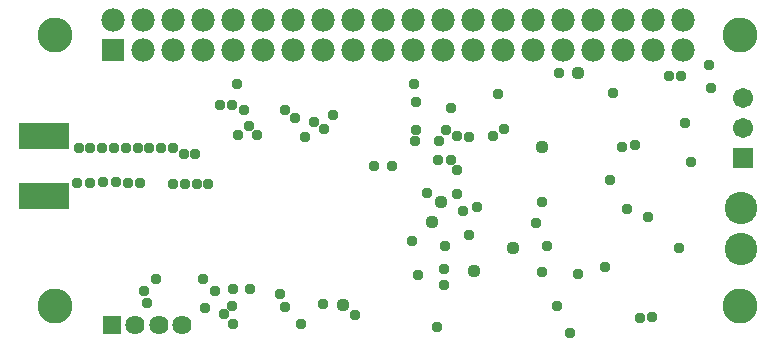
<source format=gbr>
G04 EAGLE Gerber X2 export*
%TF.Part,Single*%
%TF.FileFunction,Soldermask,Bot,1*%
%TF.FilePolarity,Negative*%
%TF.GenerationSoftware,Autodesk,EAGLE,8.7.0*%
%TF.CreationDate,2018-05-30T02:05:41Z*%
G75*
%MOMM*%
%FSLAX34Y34*%
%LPD*%
%AMOC8*
5,1,8,0,0,1.08239X$1,22.5*%
G01*
%ADD10R,1.981200X1.981200*%
%ADD11C,1.981200*%
%ADD12C,2.953200*%
%ADD13R,4.267200X2.235200*%
%ADD14R,1.625600X1.625600*%
%ADD15C,1.625600*%
%ADD16C,2.743200*%
%ADD17R,1.711200X1.711200*%
%ADD18C,1.711200*%
%ADD19C,0.959600*%
%ADD20C,1.109600*%


D10*
X83700Y252300D03*
D11*
X83700Y277700D03*
X109100Y252300D03*
X109100Y277700D03*
X134500Y252300D03*
X134500Y277700D03*
X159900Y252300D03*
X159900Y277700D03*
X185300Y252300D03*
X185300Y277700D03*
X210700Y252300D03*
X210700Y277700D03*
X236100Y252300D03*
X236100Y277700D03*
X261500Y252300D03*
X261500Y277700D03*
X286900Y252300D03*
X286900Y277700D03*
X312300Y252300D03*
X312300Y277700D03*
X337700Y252300D03*
X337700Y277700D03*
X363100Y252300D03*
X363100Y277700D03*
X388500Y252300D03*
X388500Y277700D03*
X413900Y252300D03*
X413900Y277700D03*
X439300Y252300D03*
X439300Y277700D03*
X464700Y252300D03*
X464700Y277700D03*
X490100Y252300D03*
X490100Y277700D03*
X515500Y252300D03*
X515500Y277700D03*
X540900Y252300D03*
X540900Y277700D03*
X566300Y252300D03*
X566300Y277700D03*
D12*
X35000Y35000D03*
X35000Y265000D03*
X615000Y35000D03*
X615000Y265000D03*
D13*
X25300Y128700D03*
X25300Y179500D03*
D14*
X82800Y19400D03*
D15*
X102800Y19400D03*
X122800Y19400D03*
X142800Y19400D03*
D16*
X615900Y83300D03*
X615900Y118300D03*
D17*
X617100Y160700D03*
D18*
X617100Y186100D03*
X617100Y211500D03*
D19*
X337300Y90600D03*
X350000Y131300D03*
X342000Y61100D03*
X568300Y190400D03*
X500200Y68100D03*
X338800Y223400D03*
X189300Y223500D03*
X451400Y86000D03*
X519100Y117400D03*
X441800Y105700D03*
X380100Y115900D03*
X365000Y85900D03*
X261800Y36700D03*
X243400Y20300D03*
X185700Y20100D03*
X160600Y58300D03*
X164800Y138100D03*
X154800Y138100D03*
X144800Y138100D03*
X134800Y138100D03*
X106800Y139100D03*
X96800Y139100D03*
X86800Y140100D03*
X75800Y140100D03*
X64800Y139100D03*
X53800Y139100D03*
X54800Y169100D03*
X64800Y169100D03*
X74800Y169100D03*
X84800Y169100D03*
X94800Y169100D03*
X104800Y169100D03*
X114800Y169100D03*
X124800Y169100D03*
X134800Y169100D03*
X144100Y164200D03*
X153400Y164100D03*
X120600Y58300D03*
X563200Y83900D03*
X540600Y26100D03*
X471000Y12300D03*
X505100Y141800D03*
X447600Y123400D03*
X507400Y215200D03*
X590300Y219900D03*
X461700Y232800D03*
X406000Y179000D03*
X359000Y159000D03*
X589000Y239000D03*
X573700Y157500D03*
X288700Y27500D03*
X358700Y17500D03*
X447200Y63700D03*
X537300Y110300D03*
X195300Y201000D03*
X477900Y62200D03*
X530000Y25000D03*
D20*
X447468Y170000D03*
X477500Y232500D03*
X361300Y123500D03*
X354080Y106520D03*
X278400Y36100D03*
D19*
X170000Y48218D03*
X110000Y48218D03*
X230000Y201282D03*
X237700Y194500D03*
X229559Y34436D03*
X185000Y35000D03*
X225000Y45000D03*
X112600Y37700D03*
X162218Y33218D03*
X177782Y28218D03*
X198800Y187800D03*
X515000Y170000D03*
X190000Y180000D03*
X526200Y171400D03*
X363900Y66700D03*
X385000Y95000D03*
X363900Y53000D03*
X392500Y118700D03*
D20*
X390000Y65000D03*
X422800Y84000D03*
D19*
X200000Y50000D03*
X185000Y205000D03*
X340000Y175000D03*
X360000Y175000D03*
X555000Y230000D03*
X385000Y178218D03*
X565000Y230000D03*
X374845Y178782D03*
X185800Y50000D03*
X340600Y184564D03*
X365503Y184497D03*
X175000Y205000D03*
X205582Y180000D03*
X370000Y159218D03*
X375000Y130000D03*
X460000Y35000D03*
X246800Y178500D03*
X305000Y154000D03*
X320000Y154000D03*
X375000Y150000D03*
X370518Y203009D03*
X340800Y207700D03*
X254287Y190713D03*
X410000Y215000D03*
X270000Y196782D03*
X262300Y185200D03*
X415000Y185000D03*
M02*

</source>
